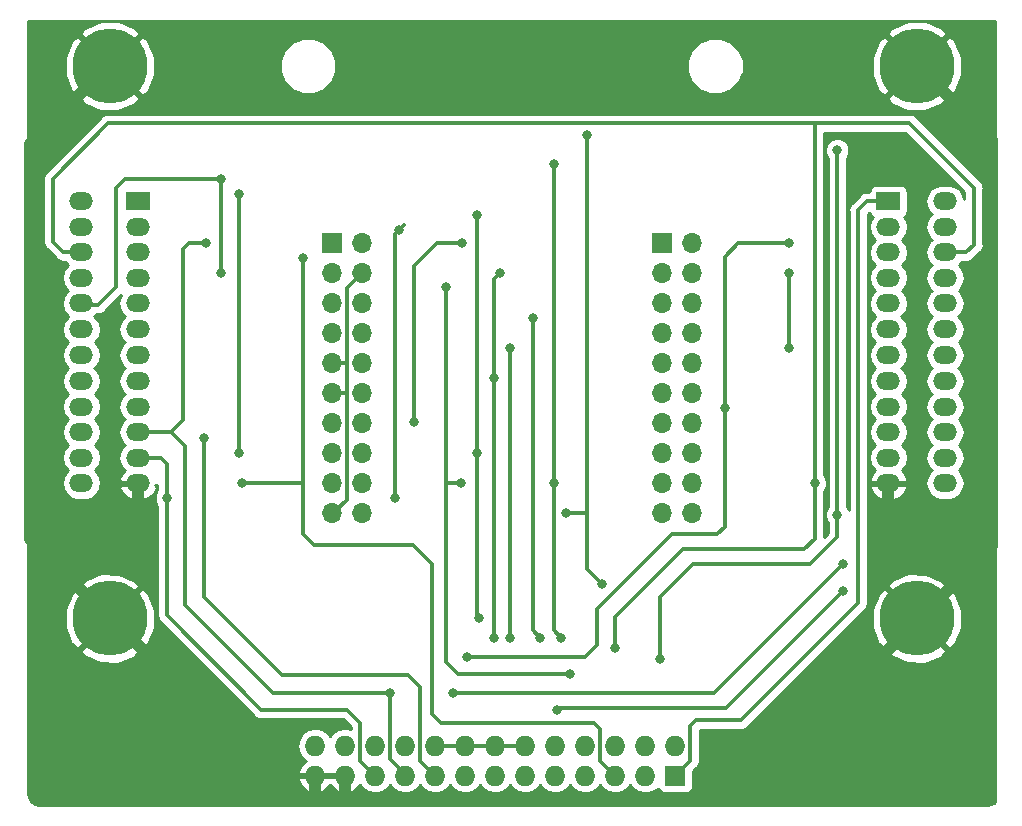
<source format=gbr>
G04 #@! TF.GenerationSoftware,KiCad,Pcbnew,5.0.2+dfsg1-1~bpo9+1*
G04 #@! TF.CreationDate,2019-10-18T00:12:00+01:00*
G04 #@! TF.ProjectId,Sigrok-sniffer,53696772-6f6b-42d7-936e-69666665722e,rev?*
G04 #@! TF.SameCoordinates,Original*
G04 #@! TF.FileFunction,Copper,L2,Bot*
G04 #@! TF.FilePolarity,Positive*
%FSLAX46Y46*%
G04 Gerber Fmt 4.6, Leading zero omitted, Abs format (unit mm)*
G04 Created by KiCad (PCBNEW 5.0.2+dfsg1-1~bpo9+1) date Fri 18 Oct 2019 00:12:00 BST*
%MOMM*%
%LPD*%
G01*
G04 APERTURE LIST*
G04 #@! TA.AperFunction,ComponentPad*
%ADD10R,1.727200X1.727200*%
G04 #@! TD*
G04 #@! TA.AperFunction,ComponentPad*
%ADD11O,1.727200X1.727200*%
G04 #@! TD*
G04 #@! TA.AperFunction,ComponentPad*
%ADD12O,2.000000X1.524000*%
G04 #@! TD*
G04 #@! TA.AperFunction,ComponentPad*
%ADD13O,2.000000X1.500000*%
G04 #@! TD*
G04 #@! TA.AperFunction,ComponentPad*
%ADD14R,2.000000X1.500000*%
G04 #@! TD*
G04 #@! TA.AperFunction,ComponentPad*
%ADD15C,6.350000*%
G04 #@! TD*
G04 #@! TA.AperFunction,ComponentPad*
%ADD16R,1.700000X1.700000*%
G04 #@! TD*
G04 #@! TA.AperFunction,ComponentPad*
%ADD17O,1.700000X1.700000*%
G04 #@! TD*
G04 #@! TA.AperFunction,ViaPad*
%ADD18C,0.800000*%
G04 #@! TD*
G04 #@! TA.AperFunction,Conductor*
%ADD19C,0.350000*%
G04 #@! TD*
G04 #@! TA.AperFunction,Conductor*
%ADD20C,1.000000*%
G04 #@! TD*
G04 #@! TA.AperFunction,Conductor*
%ADD21C,0.254000*%
G04 #@! TD*
G04 APERTURE END LIST*
D10*
G04 #@! TO.P,J1,1*
G04 #@! TO.N,Net-(J1-Pad1)*
X161290000Y-117475000D03*
D11*
G04 #@! TO.P,J1,2*
G04 #@! TO.N,Net-(J1-Pad2)*
X161290000Y-114935000D03*
G04 #@! TO.P,J1,3*
G04 #@! TO.N,Net-(J1-Pad3)*
X158750000Y-117475000D03*
G04 #@! TO.P,J1,4*
G04 #@! TO.N,Net-(J1-Pad4)*
X158750000Y-114935000D03*
G04 #@! TO.P,J1,5*
G04 #@! TO.N,Net-(J1-Pad5)*
X156210000Y-117475000D03*
G04 #@! TO.P,J1,6*
G04 #@! TO.N,Net-(J1-Pad6)*
X156210000Y-114935000D03*
G04 #@! TO.P,J1,7*
G04 #@! TO.N,Net-(J1-Pad7)*
X153670000Y-117475000D03*
G04 #@! TO.P,J1,8*
G04 #@! TO.N,Net-(J1-Pad8)*
X153670000Y-114935000D03*
G04 #@! TO.P,J1,9*
G04 #@! TO.N,Net-(J1-Pad9)*
X151130000Y-117475000D03*
G04 #@! TO.P,J1,10*
G04 #@! TO.N,Net-(J1-Pad10)*
X151130000Y-114935000D03*
G04 #@! TO.P,J1,11*
G04 #@! TO.N,Net-(J1-Pad11)*
X148590000Y-117475000D03*
G04 #@! TO.P,J1,12*
G04 #@! TO.N,Net-(J1-Pad12)*
X148590000Y-114935000D03*
G04 #@! TO.P,J1,13*
G04 #@! TO.N,Net-(J1-Pad13)*
X146050000Y-117475000D03*
G04 #@! TO.P,J1,14*
G04 #@! TO.N,Net-(J1-Pad12)*
X146050000Y-114935000D03*
G04 #@! TO.P,J1,15*
G04 #@! TO.N,Net-(J1-Pad15)*
X143510000Y-117475000D03*
G04 #@! TO.P,J1,16*
G04 #@! TO.N,Net-(J1-Pad12)*
X143510000Y-114935000D03*
G04 #@! TO.P,J1,17*
G04 #@! TO.N,Net-(J1-Pad17)*
X140970000Y-117475000D03*
G04 #@! TO.P,J1,18*
G04 #@! TO.N,Net-(J1-Pad12)*
X140970000Y-114935000D03*
G04 #@! TO.P,J1,19*
G04 #@! TO.N,Net-(J1-Pad19)*
X138430000Y-117475000D03*
G04 #@! TO.P,J1,20*
G04 #@! TO.N,Net-(J1-Pad12)*
X138430000Y-114935000D03*
G04 #@! TO.P,J1,21*
G04 #@! TO.N,Net-(J1-Pad21)*
X135890000Y-117475000D03*
G04 #@! TO.P,J1,22*
G04 #@! TO.N,Net-(J1-Pad12)*
X135890000Y-114935000D03*
G04 #@! TO.P,J1,23*
G04 #@! TO.N,Net-(J1-Pad23)*
X133350000Y-117475000D03*
G04 #@! TO.P,J1,24*
G04 #@! TO.N,Net-(J1-Pad12)*
X133350000Y-114935000D03*
G04 #@! TO.P,J1,25*
G04 #@! TO.N,Net-(J1-Pad23)*
X130810000Y-117475000D03*
G04 #@! TO.P,J1,26*
G04 #@! TO.N,Net-(J1-Pad12)*
X130810000Y-114935000D03*
G04 #@! TD*
D12*
G04 #@! TO.P,J5,18*
G04 #@! TO.N,Net-(J1-Pad12)*
X184137300Y-79692500D03*
G04 #@! TO.P,J5,6*
G04 #@! TO.N,Net-(J1-Pad11)*
X179336700Y-79692500D03*
G04 #@! TO.P,J5,7*
G04 #@! TO.N,Net-(J1-Pad13)*
X179336700Y-81851500D03*
G04 #@! TO.P,J5,19*
G04 #@! TO.N,Net-(J1-Pad12)*
X184137300Y-81851500D03*
G04 #@! TO.P,J5,20*
X184137300Y-84061300D03*
G04 #@! TO.P,J5,21*
X184137300Y-86220300D03*
G04 #@! TO.P,J5,9*
G04 #@! TO.N,Net-(J1-Pad17)*
X179336700Y-86220300D03*
G04 #@! TO.P,J5,8*
G04 #@! TO.N,Net-(J1-Pad15)*
X179336700Y-84061300D03*
G04 #@! TO.P,J5,22*
G04 #@! TO.N,Net-(J1-Pad12)*
X184137300Y-88379300D03*
G04 #@! TO.P,J5,23*
X184137300Y-90538300D03*
G04 #@! TO.P,J5,11*
G04 #@! TO.N,Net-(J1-Pad21)*
X179336700Y-90538300D03*
G04 #@! TO.P,J5,10*
G04 #@! TO.N,Net-(J1-Pad19)*
X179336700Y-88379300D03*
G04 #@! TO.P,J5,24*
G04 #@! TO.N,Net-(J1-Pad12)*
X184137300Y-92697300D03*
G04 #@! TO.P,J5,12*
G04 #@! TO.N,Net-(J1-Pad23)*
X179336700Y-92697300D03*
G04 #@! TO.P,J5,16*
G04 #@! TO.N,Net-(J1-Pad8)*
X184137300Y-75323700D03*
G04 #@! TO.P,J5,17*
G04 #@! TO.N,Net-(J1-Pad10)*
X184137300Y-77482700D03*
G04 #@! TO.P,J5,5*
G04 #@! TO.N,Net-(J1-Pad9)*
X179336700Y-77482700D03*
G04 #@! TO.P,J5,4*
G04 #@! TO.N,Net-(J1-Pad7)*
X179336700Y-75323700D03*
G04 #@! TO.P,J5,14*
G04 #@! TO.N,Net-(J1-Pad4)*
X184137300Y-71005700D03*
G04 #@! TO.P,J5,15*
G04 #@! TO.N,Net-(J1-Pad6)*
X184137300Y-73164700D03*
D13*
G04 #@! TO.P,J5,3*
G04 #@! TO.N,Net-(J1-Pad5)*
X179336700Y-73164700D03*
D12*
G04 #@! TO.P,J5,2*
G04 #@! TO.N,Net-(J1-Pad3)*
X179336700Y-71005700D03*
D14*
G04 #@! TO.P,J5,1*
G04 #@! TO.N,Net-(J1-Pad1)*
X179336700Y-68846700D03*
D12*
G04 #@! TO.P,J5,13*
G04 #@! TO.N,Net-(J1-Pad2)*
X184137300Y-68846700D03*
D15*
G04 #@! TO.P,J5,MP*
G04 #@! TO.N,Net-(J1-Pad23)*
X181737000Y-57378600D03*
X181737000Y-104165400D03*
G04 #@! TD*
D16*
G04 #@! TO.P,J2,1*
G04 #@! TO.N,Net-(J2-Pad1)*
X132207000Y-72390000D03*
D17*
G04 #@! TO.P,J2,2*
G04 #@! TO.N,Net-(J2-Pad2)*
X134747000Y-72390000D03*
G04 #@! TO.P,J2,3*
G04 #@! TO.N,Net-(J2-Pad3)*
X132207000Y-74930000D03*
G04 #@! TO.P,J2,4*
G04 #@! TO.N,Net-(J1-Pad12)*
X134747000Y-74930000D03*
G04 #@! TO.P,J2,5*
G04 #@! TO.N,N/C*
X132207000Y-77470000D03*
G04 #@! TO.P,J2,6*
X134747000Y-77470000D03*
G04 #@! TO.P,J2,7*
X132207000Y-80010000D03*
G04 #@! TO.P,J2,8*
X134747000Y-80010000D03*
G04 #@! TO.P,J2,9*
G04 #@! TO.N,Net-(J1-Pad12)*
X132207000Y-82550000D03*
G04 #@! TO.P,J2,10*
G04 #@! TO.N,N/C*
X134747000Y-82550000D03*
G04 #@! TO.P,J2,11*
G04 #@! TO.N,Net-(J1-Pad12)*
X132207000Y-85090000D03*
G04 #@! TO.P,J2,12*
G04 #@! TO.N,N/C*
X134747000Y-85090000D03*
G04 #@! TO.P,J2,13*
X132207000Y-87630000D03*
G04 #@! TO.P,J2,14*
X134747000Y-87630000D03*
G04 #@! TO.P,J2,15*
G04 #@! TO.N,Net-(J2-Pad15)*
X132207000Y-90170000D03*
G04 #@! TO.P,J2,16*
G04 #@! TO.N,Net-(J2-Pad16)*
X134747000Y-90170000D03*
G04 #@! TO.P,J2,17*
G04 #@! TO.N,Net-(J2-Pad17)*
X132207000Y-92710000D03*
G04 #@! TO.P,J2,18*
G04 #@! TO.N,Net-(J2-Pad18)*
X134747000Y-92710000D03*
G04 #@! TO.P,J2,19*
G04 #@! TO.N,Net-(J1-Pad12)*
X132207000Y-95250000D03*
G04 #@! TO.P,J2,20*
G04 #@! TO.N,N/C*
X134747000Y-95250000D03*
G04 #@! TD*
G04 #@! TO.P,J4,20*
G04 #@! TO.N,Net-(J4-Pad20)*
X162687000Y-95250000D03*
G04 #@! TO.P,J4,19*
G04 #@! TO.N,Net-(J4-Pad19)*
X160147000Y-95250000D03*
G04 #@! TO.P,J4,18*
G04 #@! TO.N,Net-(J4-Pad18)*
X162687000Y-92710000D03*
G04 #@! TO.P,J4,17*
G04 #@! TO.N,Net-(J4-Pad17)*
X160147000Y-92710000D03*
G04 #@! TO.P,J4,16*
G04 #@! TO.N,N/C*
X162687000Y-90170000D03*
G04 #@! TO.P,J4,15*
X160147000Y-90170000D03*
G04 #@! TO.P,J4,14*
X162687000Y-87630000D03*
G04 #@! TO.P,J4,13*
X160147000Y-87630000D03*
G04 #@! TO.P,J4,12*
X162687000Y-85090000D03*
G04 #@! TO.P,J4,11*
X160147000Y-85090000D03*
G04 #@! TO.P,J4,10*
X162687000Y-82550000D03*
G04 #@! TO.P,J4,9*
X160147000Y-82550000D03*
G04 #@! TO.P,J4,8*
X162687000Y-80010000D03*
G04 #@! TO.P,J4,7*
X160147000Y-80010000D03*
G04 #@! TO.P,J4,6*
X162687000Y-77470000D03*
G04 #@! TO.P,J4,5*
G04 #@! TO.N,Net-(J4-Pad5)*
X160147000Y-77470000D03*
G04 #@! TO.P,J4,4*
G04 #@! TO.N,Net-(J4-Pad4)*
X162687000Y-74930000D03*
G04 #@! TO.P,J4,3*
G04 #@! TO.N,Net-(J4-Pad3)*
X160147000Y-74930000D03*
G04 #@! TO.P,J4,2*
G04 #@! TO.N,Net-(J4-Pad2)*
X162687000Y-72390000D03*
D16*
G04 #@! TO.P,J4,1*
G04 #@! TO.N,Net-(J4-Pad1)*
X160147000Y-72390000D03*
G04 #@! TD*
D12*
G04 #@! TO.P,J3,18*
G04 #@! TO.N,Net-(J1-Pad12)*
X111010700Y-79692500D03*
G04 #@! TO.P,J3,6*
G04 #@! TO.N,Net-(J1-Pad11)*
X115811300Y-79692500D03*
G04 #@! TO.P,J3,7*
G04 #@! TO.N,Net-(J1-Pad13)*
X115811300Y-81851500D03*
G04 #@! TO.P,J3,19*
G04 #@! TO.N,Net-(J1-Pad12)*
X111010700Y-81851500D03*
G04 #@! TO.P,J3,20*
X111010700Y-84061300D03*
G04 #@! TO.P,J3,21*
X111010700Y-86220300D03*
G04 #@! TO.P,J3,9*
G04 #@! TO.N,Net-(J1-Pad17)*
X115811300Y-86220300D03*
G04 #@! TO.P,J3,8*
G04 #@! TO.N,Net-(J1-Pad15)*
X115811300Y-84061300D03*
G04 #@! TO.P,J3,22*
G04 #@! TO.N,Net-(J1-Pad12)*
X111010700Y-88379300D03*
G04 #@! TO.P,J3,23*
X111010700Y-90538300D03*
G04 #@! TO.P,J3,11*
G04 #@! TO.N,Net-(J1-Pad21)*
X115811300Y-90538300D03*
G04 #@! TO.P,J3,10*
G04 #@! TO.N,Net-(J1-Pad19)*
X115811300Y-88379300D03*
G04 #@! TO.P,J3,24*
G04 #@! TO.N,Net-(J1-Pad12)*
X111010700Y-92697300D03*
G04 #@! TO.P,J3,12*
G04 #@! TO.N,Net-(J1-Pad23)*
X115811300Y-92697300D03*
G04 #@! TO.P,J3,16*
G04 #@! TO.N,Net-(J1-Pad8)*
X111010700Y-75323700D03*
G04 #@! TO.P,J3,17*
G04 #@! TO.N,Net-(J1-Pad10)*
X111010700Y-77482700D03*
G04 #@! TO.P,J3,5*
G04 #@! TO.N,Net-(J1-Pad9)*
X115811300Y-77482700D03*
G04 #@! TO.P,J3,4*
G04 #@! TO.N,Net-(J1-Pad7)*
X115811300Y-75323700D03*
G04 #@! TO.P,J3,14*
G04 #@! TO.N,Net-(J1-Pad4)*
X111010700Y-71005700D03*
G04 #@! TO.P,J3,15*
G04 #@! TO.N,Net-(J1-Pad6)*
X111010700Y-73164700D03*
D13*
G04 #@! TO.P,J3,3*
G04 #@! TO.N,Net-(J1-Pad5)*
X115811300Y-73164700D03*
D12*
G04 #@! TO.P,J3,2*
G04 #@! TO.N,Net-(J1-Pad3)*
X115811300Y-71005700D03*
D14*
G04 #@! TO.P,J3,1*
G04 #@! TO.N,Net-(J1-Pad1)*
X115811300Y-68846700D03*
D12*
G04 #@! TO.P,J3,13*
G04 #@! TO.N,Net-(J1-Pad2)*
X111010700Y-68846700D03*
D15*
G04 #@! TO.P,J3,MP*
G04 #@! TO.N,Net-(J1-Pad23)*
X113411000Y-57378600D03*
X113411000Y-104165400D03*
G04 #@! TD*
D18*
G04 #@! TO.N,Net-(J1-Pad1)*
X124333000Y-68199000D03*
X124333000Y-90170000D03*
G04 #@! TO.N,Net-(J1-Pad2)*
X175006000Y-95377000D03*
X175006000Y-64516000D03*
X160020000Y-107569000D03*
G04 #@! TO.N,Net-(J1-Pad4)*
X152019000Y-95250000D03*
X153797000Y-63246000D03*
X155067000Y-101219000D03*
G04 #@! TO.N,Net-(J1-Pad6)*
X173101000Y-92710000D03*
X156210000Y-106680000D03*
G04 #@! TO.N,Net-(J1-Pad8)*
X151003000Y-65659000D03*
X151003000Y-92710000D03*
X151638000Y-105791000D03*
G04 #@! TO.N,Net-(J1-Pad10)*
X122809000Y-74930000D03*
X151257000Y-111887000D03*
X175514000Y-101854000D03*
X122809000Y-66929000D03*
G04 #@! TO.N,Net-(J1-Pad15)*
X143637000Y-107442000D03*
X165481000Y-86360000D03*
X170942000Y-72390000D03*
G04 #@! TO.N,Net-(J1-Pad17)*
X139192000Y-87503000D03*
X121412000Y-88900000D03*
X143256000Y-72390000D03*
G04 #@! TO.N,Net-(J1-Pad19)*
X137160000Y-110490000D03*
X175514000Y-99568000D03*
X142494000Y-110490000D03*
X121539000Y-72390000D03*
G04 #@! TO.N,Net-(J1-Pad21)*
X137541000Y-93980000D03*
X118237000Y-93980000D03*
X137922000Y-71247000D03*
G04 #@! TO.N,Net-(J1-Pad3)*
X144526000Y-90170000D03*
X144653000Y-104140000D03*
X144526000Y-69977000D03*
G04 #@! TO.N,Net-(J1-Pad5)*
X124587000Y-92710000D03*
X129794000Y-73660000D03*
G04 #@! TO.N,Net-(J1-Pad7)*
X152400000Y-108839000D03*
X143129000Y-92710000D03*
X141859000Y-76073000D03*
G04 #@! TO.N,Net-(J1-Pad9)*
X149860000Y-105791000D03*
X149225000Y-78740000D03*
G04 #@! TO.N,Net-(J1-Pad11)*
X147320000Y-81280000D03*
X147320000Y-105791000D03*
X170942000Y-74930000D03*
X170942000Y-81280000D03*
G04 #@! TO.N,Net-(J1-Pad13)*
X145923000Y-83820000D03*
X145923000Y-105791000D03*
X146431000Y-74930000D03*
G04 #@! TD*
D19*
G04 #@! TO.N,Net-(J1-Pad1)*
X124333000Y-90170000D02*
X124333000Y-68199000D01*
X177533300Y-68846700D02*
X179336700Y-68846700D01*
X176784000Y-69596000D02*
X177533300Y-68846700D01*
X176784000Y-102870000D02*
X176784000Y-69596000D01*
X166878000Y-112776000D02*
X176784000Y-102870000D01*
X161290000Y-117475000D02*
X162560000Y-116205000D01*
X163068000Y-112776000D02*
X166878000Y-112776000D01*
X162560000Y-116205000D02*
X162560000Y-113284000D01*
X162560000Y-113284000D02*
X163068000Y-112776000D01*
G04 #@! TO.N,Net-(J1-Pad2)*
X175006000Y-64516000D02*
X175006000Y-95377000D01*
X160020000Y-107569000D02*
X160020000Y-102362000D01*
X160020000Y-102362000D02*
X162814000Y-99568000D01*
X175006000Y-97282000D02*
X175006000Y-95504000D01*
X172720000Y-99568000D02*
X175006000Y-97282000D01*
X162814000Y-99568000D02*
X172720000Y-99568000D01*
G04 #@! TO.N,Net-(J1-Pad4)*
X153797000Y-95250000D02*
X152019000Y-95250000D01*
X153797000Y-63246000D02*
X153797000Y-95250000D01*
X153797000Y-99949000D02*
X153797000Y-95250000D01*
X155067000Y-101219000D02*
X153797000Y-99949000D01*
G04 #@! TO.N,Net-(J1-Pad6)*
X109474000Y-73152000D02*
X110871000Y-73152000D01*
X108585000Y-72263000D02*
X109474000Y-73152000D01*
X108585000Y-66929000D02*
X108585000Y-72263000D01*
X181102000Y-62230000D02*
X113284000Y-62230000D01*
X184150000Y-73152000D02*
X185928000Y-73152000D01*
X186563000Y-67691000D02*
X181102000Y-62230000D01*
X113284000Y-62230000D02*
X108585000Y-66929000D01*
X185928000Y-73152000D02*
X186563000Y-72517000D01*
X186563000Y-72517000D02*
X186563000Y-67691000D01*
X173101000Y-62230000D02*
X173736000Y-62230000D01*
X173101000Y-92710000D02*
X173101000Y-62230000D01*
X173101000Y-97409000D02*
X173101000Y-92710000D01*
X161925000Y-98298000D02*
X172212000Y-98298000D01*
X172212000Y-98298000D02*
X173101000Y-97409000D01*
X156210000Y-106680000D02*
X156210000Y-104013000D01*
X156210000Y-104013000D02*
X161925000Y-98298000D01*
G04 #@! TO.N,Net-(J1-Pad8)*
X151003000Y-92710000D02*
X151003000Y-65659000D01*
X151003000Y-105156000D02*
X151003000Y-92710000D01*
X151638000Y-105791000D02*
X151003000Y-105156000D01*
G04 #@! TO.N,Net-(J1-Pad10)*
X122809000Y-74930000D02*
X122809000Y-68707000D01*
X122809000Y-68707000D02*
X122809000Y-66929000D01*
X151384000Y-111760000D02*
X151257000Y-111887000D01*
X165608000Y-111760000D02*
X151384000Y-111760000D01*
X175514000Y-101854000D02*
X165608000Y-111760000D01*
X113919000Y-76073000D02*
X112395000Y-77597000D01*
X122809000Y-66929000D02*
X114681000Y-66929000D01*
X114681000Y-66929000D02*
X113919000Y-67691000D01*
X112395000Y-77597000D02*
X111125000Y-77597000D01*
X113919000Y-67691000D02*
X113919000Y-76073000D01*
G04 #@! TO.N,Net-(J1-Pad12)*
X132207000Y-95250000D02*
X132334000Y-95250000D01*
X132334000Y-95250000D02*
X133477000Y-94107000D01*
X133477000Y-94107000D02*
X133477000Y-81661000D01*
X133477000Y-81661000D02*
X133477000Y-76200000D01*
X133477000Y-76200000D02*
X134620000Y-75057000D01*
X132207000Y-82550000D02*
X133350000Y-82550000D01*
X132207000Y-85090000D02*
X133350000Y-85090000D01*
X140970000Y-114935000D02*
X143510000Y-114935000D01*
X143510000Y-114935000D02*
X146050000Y-114935000D01*
X146050000Y-114935000D02*
X148590000Y-114935000D01*
G04 #@! TO.N,Net-(J1-Pad15)*
X170942000Y-72390000D02*
X166624000Y-72390000D01*
X166624000Y-72390000D02*
X165481000Y-73533000D01*
X165481000Y-73533000D02*
X165481000Y-86360000D01*
X165481000Y-86360000D02*
X165481000Y-86487000D01*
X165481000Y-96393000D02*
X165481000Y-86360000D01*
X164846000Y-97028000D02*
X165481000Y-96393000D01*
X161036000Y-97028000D02*
X164846000Y-97028000D01*
X143637000Y-107442000D02*
X153670000Y-107442000D01*
X153670000Y-107442000D02*
X154686000Y-106426000D01*
X154686000Y-106426000D02*
X154686000Y-103378000D01*
X154686000Y-103378000D02*
X161036000Y-97028000D01*
G04 #@! TO.N,Net-(J1-Pad17)*
X128016000Y-108966000D02*
X130048000Y-108966000D01*
X121412000Y-88900000D02*
X121412000Y-102362000D01*
X121412000Y-102362000D02*
X128016000Y-108966000D01*
X139192000Y-78486000D02*
X139192000Y-87503000D01*
X141097000Y-72390000D02*
X139192000Y-74295000D01*
X139192000Y-74295000D02*
X139192000Y-78486000D01*
X143256000Y-72390000D02*
X141097000Y-72390000D01*
X139700000Y-116205000D02*
X140970000Y-117475000D01*
X139700000Y-109982000D02*
X139700000Y-116205000D01*
X138684000Y-108966000D02*
X139700000Y-109982000D01*
X129921000Y-108966000D02*
X138684000Y-108966000D01*
G04 #@! TO.N,Net-(J1-Pad19)*
X137160000Y-116078000D02*
X138430000Y-117348000D01*
X137160000Y-110490000D02*
X137160000Y-116078000D01*
X117602000Y-88392000D02*
X115824000Y-88392000D01*
X142494000Y-110490000D02*
X164592000Y-110490000D01*
X164592000Y-110490000D02*
X175514000Y-99568000D01*
X117602000Y-88392000D02*
X118618000Y-88392000D01*
X119761000Y-102997000D02*
X119761000Y-89535000D01*
X119761000Y-89535000D02*
X118618000Y-88392000D01*
X127254000Y-110490000D02*
X119761000Y-102997000D01*
X137160000Y-110490000D02*
X127254000Y-110490000D01*
X119634000Y-87376000D02*
X118618000Y-88392000D01*
X121539000Y-72390000D02*
X120142000Y-72390000D01*
X119634000Y-72898000D02*
X119634000Y-87376000D01*
X120142000Y-72390000D02*
X119634000Y-72898000D01*
G04 #@! TO.N,Net-(J1-Pad21)*
X134620000Y-116205000D02*
X135890000Y-117475000D01*
X118237000Y-93980000D02*
X118237000Y-103886000D01*
X118237000Y-103886000D02*
X126238000Y-111887000D01*
X126238000Y-111887000D02*
X133477000Y-111887000D01*
X134620000Y-113030000D02*
X134620000Y-116205000D01*
X133477000Y-111887000D02*
X134620000Y-113030000D01*
X117729000Y-90551000D02*
X115824000Y-90551000D01*
X118237000Y-91059000D02*
X117729000Y-90551000D01*
X118237000Y-93980000D02*
X118237000Y-91059000D01*
X137541000Y-73279000D02*
X137541000Y-93980000D01*
X137541000Y-71628000D02*
X137541000Y-73279000D01*
X138303000Y-70866000D02*
X137541000Y-71628000D01*
D20*
G04 #@! TO.N,Net-(J1-Pad23)*
X133350000Y-117475000D02*
X133350000Y-119380000D01*
X179336700Y-92697300D02*
X179336700Y-95008700D01*
X179336700Y-95008700D02*
X180848000Y-96520000D01*
X180848000Y-96520000D02*
X187960000Y-96520000D01*
X181864000Y-57404000D02*
X181737000Y-57404000D01*
X188087000Y-63627000D02*
X181864000Y-57404000D01*
X113665000Y-104267000D02*
X128778000Y-119380000D01*
X188087000Y-98044000D02*
X188087000Y-63627000D01*
X128778000Y-119380000D02*
X166751000Y-119380000D01*
X113665000Y-104140000D02*
X113665000Y-104267000D01*
X166751000Y-119380000D02*
X188087000Y-98044000D01*
X115811300Y-92697300D02*
X115811300Y-94246700D01*
X115811300Y-94246700D02*
X114173000Y-95885000D01*
X114173000Y-95885000D02*
X106807000Y-95885000D01*
X106680000Y-64008000D02*
X106680000Y-97409000D01*
X113284000Y-57404000D02*
X106680000Y-64008000D01*
X106680000Y-97409000D02*
X113538000Y-104267000D01*
X113411000Y-57404000D02*
X113284000Y-57404000D01*
X130810000Y-117475000D02*
X130810000Y-119380000D01*
D19*
G04 #@! TO.N,Net-(J1-Pad3)*
X144526000Y-104013000D02*
X144526000Y-90170000D01*
X144653000Y-104140000D02*
X144526000Y-104013000D01*
X144526000Y-69977000D02*
X144526000Y-79248000D01*
X144526000Y-79248000D02*
X144526000Y-90170000D01*
G04 #@! TO.N,Net-(J1-Pad5)*
X129667000Y-92710000D02*
X129794000Y-92837000D01*
X124587000Y-92710000D02*
X129667000Y-92710000D01*
X129794000Y-92837000D02*
X129794000Y-73660000D01*
X154940000Y-116205000D02*
X156210000Y-117475000D01*
X154940000Y-113538000D02*
X154940000Y-116205000D01*
X154432000Y-113030000D02*
X154940000Y-113538000D01*
X141478000Y-113030000D02*
X154432000Y-113030000D01*
X140716000Y-112268000D02*
X141478000Y-113030000D01*
X129794000Y-92837000D02*
X129794000Y-97028000D01*
X129794000Y-97028000D02*
X130683000Y-97917000D01*
X140716000Y-99568000D02*
X140716000Y-112268000D01*
X130683000Y-97917000D02*
X139065000Y-97917000D01*
X139065000Y-97917000D02*
X140716000Y-99568000D01*
G04 #@! TO.N,Net-(J1-Pad7)*
X141986000Y-92710000D02*
X141859000Y-92710000D01*
X143129000Y-92710000D02*
X141986000Y-92710000D01*
X142875000Y-108839000D02*
X152400000Y-108839000D01*
X141859000Y-107823000D02*
X142875000Y-108839000D01*
X141859000Y-76073000D02*
X141859000Y-107823000D01*
G04 #@! TO.N,Net-(J1-Pad9)*
X149225000Y-78740000D02*
X149225000Y-105156000D01*
X149225000Y-105156000D02*
X149860000Y-105791000D01*
G04 #@! TO.N,Net-(J1-Pad11)*
X147320000Y-81280000D02*
X147320000Y-105791000D01*
X170942000Y-81280000D02*
X170942000Y-74930000D01*
G04 #@! TO.N,Net-(J1-Pad13)*
X145923000Y-83820000D02*
X145923000Y-105791000D01*
X145923000Y-75438000D02*
X145923000Y-83820000D01*
X146431000Y-74930000D02*
X145923000Y-75438000D01*
G04 #@! TD*
D21*
G04 #@! TO.N,Net-(J1-Pad23)*
G36*
X188341000Y-119702704D02*
X188260626Y-119777001D01*
X188013178Y-119886397D01*
X187740880Y-119920796D01*
X187676665Y-119940000D01*
X107494198Y-119940000D01*
X107435677Y-119924974D01*
X107062706Y-119862895D01*
X106837615Y-119741443D01*
X106663999Y-119553626D01*
X106554603Y-119306178D01*
X106520204Y-119033880D01*
X106501000Y-118969665D01*
X106501000Y-117834027D01*
X129355032Y-117834027D01*
X129603179Y-118363490D01*
X130035053Y-118757688D01*
X130450974Y-118929958D01*
X130683000Y-118808817D01*
X130683000Y-117602000D01*
X130937000Y-117602000D01*
X130937000Y-118808817D01*
X131169026Y-118929958D01*
X131584947Y-118757688D01*
X132016821Y-118363490D01*
X132080000Y-118228687D01*
X132143179Y-118363490D01*
X132575053Y-118757688D01*
X132990974Y-118929958D01*
X133223000Y-118808817D01*
X133223000Y-117602000D01*
X130937000Y-117602000D01*
X130683000Y-117602000D01*
X129475531Y-117602000D01*
X129355032Y-117834027D01*
X106501000Y-117834027D01*
X106501000Y-106888275D01*
X110867730Y-106888275D01*
X111231630Y-107381110D01*
X112628124Y-107970337D01*
X114143803Y-107980298D01*
X115547920Y-107409474D01*
X115590370Y-107381110D01*
X115954270Y-106888275D01*
X113411000Y-104345005D01*
X110867730Y-106888275D01*
X106501000Y-106888275D01*
X106501000Y-104898203D01*
X109596102Y-104898203D01*
X110166926Y-106302320D01*
X110195290Y-106344770D01*
X110688125Y-106708670D01*
X113231395Y-104165400D01*
X113590605Y-104165400D01*
X116133875Y-106708670D01*
X116626710Y-106344770D01*
X117215937Y-104948276D01*
X117225898Y-103432597D01*
X116655074Y-102028480D01*
X116626710Y-101986030D01*
X116133875Y-101622130D01*
X113590605Y-104165400D01*
X113231395Y-104165400D01*
X110688125Y-101622130D01*
X110195290Y-101986030D01*
X109606063Y-103382524D01*
X109596102Y-104898203D01*
X106501000Y-104898203D01*
X106501000Y-101442525D01*
X110867730Y-101442525D01*
X113411000Y-103985795D01*
X115954270Y-101442525D01*
X115590370Y-100949690D01*
X114193876Y-100360463D01*
X112678197Y-100350502D01*
X111274080Y-100921326D01*
X111231630Y-100949690D01*
X110867730Y-101442525D01*
X106501000Y-101442525D01*
X106501000Y-66929000D01*
X107759132Y-66929000D01*
X107775000Y-67008773D01*
X107775001Y-72183222D01*
X107759132Y-72263000D01*
X107809457Y-72515997D01*
X107821998Y-72579046D01*
X108001024Y-72846977D01*
X108068654Y-72892166D01*
X108844834Y-73668347D01*
X108890023Y-73735977D01*
X109157954Y-73915003D01*
X109394226Y-73962000D01*
X109394227Y-73962000D01*
X109474000Y-73977868D01*
X109553773Y-73962000D01*
X109625283Y-73962000D01*
X109765520Y-74171880D01*
X109873755Y-74244200D01*
X109765520Y-74316520D01*
X109456756Y-74778618D01*
X109348332Y-75323700D01*
X109456756Y-75868782D01*
X109765520Y-76330880D01*
X109873755Y-76403200D01*
X109765520Y-76475520D01*
X109456756Y-76937618D01*
X109348332Y-77482700D01*
X109456756Y-78027782D01*
X109765520Y-78489880D01*
X109911768Y-78587600D01*
X109765520Y-78685320D01*
X109456756Y-79147418D01*
X109348332Y-79692500D01*
X109456756Y-80237582D01*
X109765520Y-80699680D01*
X109873755Y-80772000D01*
X109765520Y-80844320D01*
X109456756Y-81306418D01*
X109348332Y-81851500D01*
X109456756Y-82396582D01*
X109765520Y-82858680D01*
X109911768Y-82956400D01*
X109765520Y-83054120D01*
X109456756Y-83516218D01*
X109348332Y-84061300D01*
X109456756Y-84606382D01*
X109765520Y-85068480D01*
X109873755Y-85140800D01*
X109765520Y-85213120D01*
X109456756Y-85675218D01*
X109348332Y-86220300D01*
X109456756Y-86765382D01*
X109765520Y-87227480D01*
X109873755Y-87299800D01*
X109765520Y-87372120D01*
X109456756Y-87834218D01*
X109348332Y-88379300D01*
X109456756Y-88924382D01*
X109765520Y-89386480D01*
X109873755Y-89458800D01*
X109765520Y-89531120D01*
X109456756Y-89993218D01*
X109348332Y-90538300D01*
X109456756Y-91083382D01*
X109765520Y-91545480D01*
X109873755Y-91617800D01*
X109765520Y-91690120D01*
X109456756Y-92152218D01*
X109348332Y-92697300D01*
X109456756Y-93242382D01*
X109765520Y-93704480D01*
X110227618Y-94013244D01*
X110635112Y-94094300D01*
X111386288Y-94094300D01*
X111793782Y-94013244D01*
X112255880Y-93704480D01*
X112564644Y-93242382D01*
X112604826Y-93040370D01*
X114219080Y-93040370D01*
X114235923Y-93132530D01*
X114504280Y-93611192D01*
X114935386Y-93950722D01*
X115463608Y-94099430D01*
X115684300Y-93940577D01*
X115684300Y-92824300D01*
X114341580Y-92824300D01*
X114219080Y-93040370D01*
X112604826Y-93040370D01*
X112673068Y-92697300D01*
X112564644Y-92152218D01*
X112255880Y-91690120D01*
X112147645Y-91617800D01*
X112255880Y-91545480D01*
X112564644Y-91083382D01*
X112673068Y-90538300D01*
X112564644Y-89993218D01*
X112255880Y-89531120D01*
X112147645Y-89458800D01*
X112255880Y-89386480D01*
X112564644Y-88924382D01*
X112673068Y-88379300D01*
X112564644Y-87834218D01*
X112255880Y-87372120D01*
X112147645Y-87299800D01*
X112255880Y-87227480D01*
X112564644Y-86765382D01*
X112673068Y-86220300D01*
X112564644Y-85675218D01*
X112255880Y-85213120D01*
X112147645Y-85140800D01*
X112255880Y-85068480D01*
X112564644Y-84606382D01*
X112673068Y-84061300D01*
X112564644Y-83516218D01*
X112255880Y-83054120D01*
X112109632Y-82956400D01*
X112255880Y-82858680D01*
X112564644Y-82396582D01*
X112673068Y-81851500D01*
X112564644Y-81306418D01*
X112255880Y-80844320D01*
X112147645Y-80772000D01*
X112255880Y-80699680D01*
X112564644Y-80237582D01*
X112673068Y-79692500D01*
X112564644Y-79147418D01*
X112255880Y-78685320D01*
X112109632Y-78587600D01*
X112255880Y-78489880D01*
X112311259Y-78407000D01*
X112315227Y-78407000D01*
X112395000Y-78422868D01*
X112474773Y-78407000D01*
X112474774Y-78407000D01*
X112711046Y-78360003D01*
X112978977Y-78180977D01*
X113024168Y-78113344D01*
X114373064Y-76764449D01*
X114257356Y-76937618D01*
X114148932Y-77482700D01*
X114257356Y-78027782D01*
X114566120Y-78489880D01*
X114712368Y-78587600D01*
X114566120Y-78685320D01*
X114257356Y-79147418D01*
X114148932Y-79692500D01*
X114257356Y-80237582D01*
X114566120Y-80699680D01*
X114674355Y-80772000D01*
X114566120Y-80844320D01*
X114257356Y-81306418D01*
X114148932Y-81851500D01*
X114257356Y-82396582D01*
X114566120Y-82858680D01*
X114712368Y-82956400D01*
X114566120Y-83054120D01*
X114257356Y-83516218D01*
X114148932Y-84061300D01*
X114257356Y-84606382D01*
X114566120Y-85068480D01*
X114674355Y-85140800D01*
X114566120Y-85213120D01*
X114257356Y-85675218D01*
X114148932Y-86220300D01*
X114257356Y-86765382D01*
X114566120Y-87227480D01*
X114674355Y-87299800D01*
X114566120Y-87372120D01*
X114257356Y-87834218D01*
X114148932Y-88379300D01*
X114257356Y-88924382D01*
X114566120Y-89386480D01*
X114674355Y-89458800D01*
X114566120Y-89531120D01*
X114257356Y-89993218D01*
X114148932Y-90538300D01*
X114257356Y-91083382D01*
X114566120Y-91545480D01*
X114696103Y-91632332D01*
X114504280Y-91783408D01*
X114235923Y-92262070D01*
X114219080Y-92354230D01*
X114341580Y-92570300D01*
X115684300Y-92570300D01*
X115684300Y-92550300D01*
X115938300Y-92550300D01*
X115938300Y-92570300D01*
X115958300Y-92570300D01*
X115958300Y-92824300D01*
X115938300Y-92824300D01*
X115938300Y-93940577D01*
X116158992Y-94099430D01*
X116687214Y-93950722D01*
X117118320Y-93611192D01*
X117386677Y-93132530D01*
X117403520Y-93040370D01*
X117281021Y-92824302D01*
X117427000Y-92824302D01*
X117427000Y-93326289D01*
X117359569Y-93393720D01*
X117202000Y-93774126D01*
X117202000Y-94185874D01*
X117359569Y-94566280D01*
X117427000Y-94633711D01*
X117427001Y-103806222D01*
X117411132Y-103886000D01*
X117466709Y-104165400D01*
X117473998Y-104202046D01*
X117653024Y-104469977D01*
X117720654Y-104515166D01*
X125608834Y-112403347D01*
X125654023Y-112470977D01*
X125785270Y-112558673D01*
X125921953Y-112650003D01*
X126238000Y-112712868D01*
X126317774Y-112697000D01*
X133141488Y-112697000D01*
X133810000Y-113365513D01*
X133810000Y-113498541D01*
X133497598Y-113436400D01*
X133202402Y-113436400D01*
X132765275Y-113523350D01*
X132269570Y-113854570D01*
X132080000Y-114138281D01*
X131890430Y-113854570D01*
X131394725Y-113523350D01*
X130957598Y-113436400D01*
X130662402Y-113436400D01*
X130225275Y-113523350D01*
X129729570Y-113854570D01*
X129398350Y-114350275D01*
X129282041Y-114935000D01*
X129398350Y-115519725D01*
X129729570Y-116015430D01*
X130017826Y-116208037D01*
X129603179Y-116586510D01*
X129355032Y-117115973D01*
X129475531Y-117348000D01*
X130683000Y-117348000D01*
X130683000Y-117328000D01*
X130937000Y-117328000D01*
X130937000Y-117348000D01*
X133223000Y-117348000D01*
X133223000Y-117328000D01*
X133477000Y-117328000D01*
X133477000Y-117348000D01*
X133497000Y-117348000D01*
X133497000Y-117602000D01*
X133477000Y-117602000D01*
X133477000Y-118808817D01*
X133709026Y-118929958D01*
X134124947Y-118757688D01*
X134556821Y-118363490D01*
X134608146Y-118253979D01*
X134809570Y-118555430D01*
X135305275Y-118886650D01*
X135742402Y-118973600D01*
X136037598Y-118973600D01*
X136474725Y-118886650D01*
X136970430Y-118555430D01*
X137160000Y-118271719D01*
X137349570Y-118555430D01*
X137845275Y-118886650D01*
X138282402Y-118973600D01*
X138577598Y-118973600D01*
X139014725Y-118886650D01*
X139510430Y-118555430D01*
X139700000Y-118271719D01*
X139889570Y-118555430D01*
X140385275Y-118886650D01*
X140822402Y-118973600D01*
X141117598Y-118973600D01*
X141554725Y-118886650D01*
X142050430Y-118555430D01*
X142240000Y-118271719D01*
X142429570Y-118555430D01*
X142925275Y-118886650D01*
X143362402Y-118973600D01*
X143657598Y-118973600D01*
X144094725Y-118886650D01*
X144590430Y-118555430D01*
X144780000Y-118271719D01*
X144969570Y-118555430D01*
X145465275Y-118886650D01*
X145902402Y-118973600D01*
X146197598Y-118973600D01*
X146634725Y-118886650D01*
X147130430Y-118555430D01*
X147320000Y-118271719D01*
X147509570Y-118555430D01*
X148005275Y-118886650D01*
X148442402Y-118973600D01*
X148737598Y-118973600D01*
X149174725Y-118886650D01*
X149670430Y-118555430D01*
X149860000Y-118271719D01*
X150049570Y-118555430D01*
X150545275Y-118886650D01*
X150982402Y-118973600D01*
X151277598Y-118973600D01*
X151714725Y-118886650D01*
X152210430Y-118555430D01*
X152400000Y-118271719D01*
X152589570Y-118555430D01*
X153085275Y-118886650D01*
X153522402Y-118973600D01*
X153817598Y-118973600D01*
X154254725Y-118886650D01*
X154750430Y-118555430D01*
X154940000Y-118271719D01*
X155129570Y-118555430D01*
X155625275Y-118886650D01*
X156062402Y-118973600D01*
X156357598Y-118973600D01*
X156794725Y-118886650D01*
X157290430Y-118555430D01*
X157480000Y-118271719D01*
X157669570Y-118555430D01*
X158165275Y-118886650D01*
X158602402Y-118973600D01*
X158897598Y-118973600D01*
X159334725Y-118886650D01*
X159823068Y-118560349D01*
X159828243Y-118586365D01*
X159968591Y-118796409D01*
X160178635Y-118936757D01*
X160426400Y-118986040D01*
X162153600Y-118986040D01*
X162401365Y-118936757D01*
X162611409Y-118796409D01*
X162751757Y-118586365D01*
X162801040Y-118338600D01*
X162801040Y-117109473D01*
X163076347Y-116834166D01*
X163143977Y-116788977D01*
X163323003Y-116521046D01*
X163370000Y-116284774D01*
X163370000Y-116284773D01*
X163385868Y-116205001D01*
X163370000Y-116125228D01*
X163370000Y-113619512D01*
X163403512Y-113586000D01*
X166798227Y-113586000D01*
X166878000Y-113601868D01*
X166957773Y-113586000D01*
X166957774Y-113586000D01*
X167194046Y-113539003D01*
X167461977Y-113359977D01*
X167507168Y-113292344D01*
X173911237Y-106888275D01*
X179193730Y-106888275D01*
X179557630Y-107381110D01*
X180954124Y-107970337D01*
X182469803Y-107980298D01*
X183873920Y-107409474D01*
X183916370Y-107381110D01*
X184280270Y-106888275D01*
X181737000Y-104345005D01*
X179193730Y-106888275D01*
X173911237Y-106888275D01*
X175901309Y-104898203D01*
X177922102Y-104898203D01*
X178492926Y-106302320D01*
X178521290Y-106344770D01*
X179014125Y-106708670D01*
X181557395Y-104165400D01*
X181916605Y-104165400D01*
X184459875Y-106708670D01*
X184952710Y-106344770D01*
X185541937Y-104948276D01*
X185551898Y-103432597D01*
X184981074Y-102028480D01*
X184952710Y-101986030D01*
X184459875Y-101622130D01*
X181916605Y-104165400D01*
X181557395Y-104165400D01*
X179014125Y-101622130D01*
X178521290Y-101986030D01*
X177932063Y-103382524D01*
X177922102Y-104898203D01*
X175901309Y-104898203D01*
X177300348Y-103499165D01*
X177367977Y-103453977D01*
X177495872Y-103262569D01*
X177547003Y-103186047D01*
X177609868Y-102870000D01*
X177594000Y-102790226D01*
X177594000Y-101442525D01*
X179193730Y-101442525D01*
X181737000Y-103985795D01*
X184280270Y-101442525D01*
X183916370Y-100949690D01*
X182519876Y-100360463D01*
X181004197Y-100350502D01*
X179600080Y-100921326D01*
X179557630Y-100949690D01*
X179193730Y-101442525D01*
X177594000Y-101442525D01*
X177594000Y-93040370D01*
X177744480Y-93040370D01*
X177761323Y-93132530D01*
X178029680Y-93611192D01*
X178460786Y-93950722D01*
X178989008Y-94099430D01*
X179209700Y-93940577D01*
X179209700Y-92824300D01*
X179463700Y-92824300D01*
X179463700Y-93940577D01*
X179684392Y-94099430D01*
X180212614Y-93950722D01*
X180643720Y-93611192D01*
X180912077Y-93132530D01*
X180928920Y-93040370D01*
X180806420Y-92824300D01*
X179463700Y-92824300D01*
X179209700Y-92824300D01*
X177866980Y-92824300D01*
X177744480Y-93040370D01*
X177594000Y-93040370D01*
X177594000Y-69931512D01*
X177729004Y-69796509D01*
X177738543Y-69844465D01*
X177878891Y-70054509D01*
X178000026Y-70135450D01*
X177782756Y-70460618D01*
X177674332Y-71005700D01*
X177782756Y-71550782D01*
X178091520Y-72012880D01*
X178204554Y-72088407D01*
X178088171Y-72166171D01*
X177782059Y-72624300D01*
X177674567Y-73164700D01*
X177782059Y-73705100D01*
X178088171Y-74163229D01*
X178204554Y-74240993D01*
X178091520Y-74316520D01*
X177782756Y-74778618D01*
X177674332Y-75323700D01*
X177782756Y-75868782D01*
X178091520Y-76330880D01*
X178199755Y-76403200D01*
X178091520Y-76475520D01*
X177782756Y-76937618D01*
X177674332Y-77482700D01*
X177782756Y-78027782D01*
X178091520Y-78489880D01*
X178237768Y-78587600D01*
X178091520Y-78685320D01*
X177782756Y-79147418D01*
X177674332Y-79692500D01*
X177782756Y-80237582D01*
X178091520Y-80699680D01*
X178199755Y-80772000D01*
X178091520Y-80844320D01*
X177782756Y-81306418D01*
X177674332Y-81851500D01*
X177782756Y-82396582D01*
X178091520Y-82858680D01*
X178237768Y-82956400D01*
X178091520Y-83054120D01*
X177782756Y-83516218D01*
X177674332Y-84061300D01*
X177782756Y-84606382D01*
X178091520Y-85068480D01*
X178199755Y-85140800D01*
X178091520Y-85213120D01*
X177782756Y-85675218D01*
X177674332Y-86220300D01*
X177782756Y-86765382D01*
X178091520Y-87227480D01*
X178199755Y-87299800D01*
X178091520Y-87372120D01*
X177782756Y-87834218D01*
X177674332Y-88379300D01*
X177782756Y-88924382D01*
X178091520Y-89386480D01*
X178199755Y-89458800D01*
X178091520Y-89531120D01*
X177782756Y-89993218D01*
X177674332Y-90538300D01*
X177782756Y-91083382D01*
X178091520Y-91545480D01*
X178221503Y-91632332D01*
X178029680Y-91783408D01*
X177761323Y-92262070D01*
X177744480Y-92354230D01*
X177866980Y-92570300D01*
X179209700Y-92570300D01*
X179209700Y-92550300D01*
X179463700Y-92550300D01*
X179463700Y-92570300D01*
X180806420Y-92570300D01*
X180928920Y-92354230D01*
X180912077Y-92262070D01*
X180643720Y-91783408D01*
X180451897Y-91632332D01*
X180581880Y-91545480D01*
X180890644Y-91083382D01*
X180999068Y-90538300D01*
X180890644Y-89993218D01*
X180581880Y-89531120D01*
X180473645Y-89458800D01*
X180581880Y-89386480D01*
X180890644Y-88924382D01*
X180999068Y-88379300D01*
X180890644Y-87834218D01*
X180581880Y-87372120D01*
X180473645Y-87299800D01*
X180581880Y-87227480D01*
X180890644Y-86765382D01*
X180999068Y-86220300D01*
X180890644Y-85675218D01*
X180581880Y-85213120D01*
X180473645Y-85140800D01*
X180581880Y-85068480D01*
X180890644Y-84606382D01*
X180999068Y-84061300D01*
X180890644Y-83516218D01*
X180581880Y-83054120D01*
X180435632Y-82956400D01*
X180581880Y-82858680D01*
X180890644Y-82396582D01*
X180999068Y-81851500D01*
X180890644Y-81306418D01*
X180581880Y-80844320D01*
X180473645Y-80772000D01*
X180581880Y-80699680D01*
X180890644Y-80237582D01*
X180999068Y-79692500D01*
X180890644Y-79147418D01*
X180581880Y-78685320D01*
X180435632Y-78587600D01*
X180581880Y-78489880D01*
X180890644Y-78027782D01*
X180999068Y-77482700D01*
X180890644Y-76937618D01*
X180581880Y-76475520D01*
X180473645Y-76403200D01*
X180581880Y-76330880D01*
X180890644Y-75868782D01*
X180999068Y-75323700D01*
X180890644Y-74778618D01*
X180581880Y-74316520D01*
X180468846Y-74240993D01*
X180585229Y-74163229D01*
X180891341Y-73705100D01*
X180998833Y-73164700D01*
X180891341Y-72624300D01*
X180585229Y-72166171D01*
X180468846Y-72088407D01*
X180581880Y-72012880D01*
X180890644Y-71550782D01*
X180999068Y-71005700D01*
X180890644Y-70460618D01*
X180673374Y-70135450D01*
X180794509Y-70054509D01*
X180934857Y-69844465D01*
X180984140Y-69596700D01*
X180984140Y-68096700D01*
X180934857Y-67848935D01*
X180794509Y-67638891D01*
X180584465Y-67498543D01*
X180336700Y-67449260D01*
X178336700Y-67449260D01*
X178088935Y-67498543D01*
X177878891Y-67638891D01*
X177738543Y-67848935D01*
X177701195Y-68036700D01*
X177613072Y-68036700D01*
X177533299Y-68020832D01*
X177453526Y-68036700D01*
X177217254Y-68083697D01*
X176949323Y-68262723D01*
X176904134Y-68330353D01*
X176267654Y-68966834D01*
X176200024Y-69012023D01*
X176154835Y-69079653D01*
X176020998Y-69279954D01*
X175958132Y-69596000D01*
X175974001Y-69675778D01*
X175974000Y-95009374D01*
X175883431Y-94790720D01*
X175816000Y-94723289D01*
X175816000Y-65169711D01*
X175883431Y-65102280D01*
X176041000Y-64721874D01*
X176041000Y-64310126D01*
X175883431Y-63929720D01*
X175592280Y-63638569D01*
X175211874Y-63481000D01*
X174800126Y-63481000D01*
X174419720Y-63638569D01*
X174128569Y-63929720D01*
X173971000Y-64310126D01*
X173971000Y-64721874D01*
X174128569Y-65102280D01*
X174196000Y-65169711D01*
X174196001Y-94723288D01*
X174128569Y-94790720D01*
X173971000Y-95171126D01*
X173971000Y-95582874D01*
X174128569Y-95963280D01*
X174196001Y-96030712D01*
X174196000Y-96946487D01*
X173911000Y-97231487D01*
X173911000Y-93363711D01*
X173978431Y-93296280D01*
X174136000Y-92915874D01*
X174136000Y-92504126D01*
X173978431Y-92123720D01*
X173911000Y-92056289D01*
X173911000Y-63040000D01*
X180766488Y-63040000D01*
X185753001Y-68026514D01*
X185753001Y-68612089D01*
X185691244Y-68301618D01*
X185382480Y-67839520D01*
X184920382Y-67530756D01*
X184512888Y-67449700D01*
X183761712Y-67449700D01*
X183354218Y-67530756D01*
X182892120Y-67839520D01*
X182583356Y-68301618D01*
X182474932Y-68846700D01*
X182583356Y-69391782D01*
X182892120Y-69853880D01*
X183000355Y-69926200D01*
X182892120Y-69998520D01*
X182583356Y-70460618D01*
X182474932Y-71005700D01*
X182583356Y-71550782D01*
X182892120Y-72012880D01*
X183000355Y-72085200D01*
X182892120Y-72157520D01*
X182583356Y-72619618D01*
X182474932Y-73164700D01*
X182583356Y-73709782D01*
X182892120Y-74171880D01*
X183000355Y-74244200D01*
X182892120Y-74316520D01*
X182583356Y-74778618D01*
X182474932Y-75323700D01*
X182583356Y-75868782D01*
X182892120Y-76330880D01*
X183000355Y-76403200D01*
X182892120Y-76475520D01*
X182583356Y-76937618D01*
X182474932Y-77482700D01*
X182583356Y-78027782D01*
X182892120Y-78489880D01*
X183038368Y-78587600D01*
X182892120Y-78685320D01*
X182583356Y-79147418D01*
X182474932Y-79692500D01*
X182583356Y-80237582D01*
X182892120Y-80699680D01*
X183000355Y-80772000D01*
X182892120Y-80844320D01*
X182583356Y-81306418D01*
X182474932Y-81851500D01*
X182583356Y-82396582D01*
X182892120Y-82858680D01*
X183038368Y-82956400D01*
X182892120Y-83054120D01*
X182583356Y-83516218D01*
X182474932Y-84061300D01*
X182583356Y-84606382D01*
X182892120Y-85068480D01*
X183000355Y-85140800D01*
X182892120Y-85213120D01*
X182583356Y-85675218D01*
X182474932Y-86220300D01*
X182583356Y-86765382D01*
X182892120Y-87227480D01*
X183000355Y-87299800D01*
X182892120Y-87372120D01*
X182583356Y-87834218D01*
X182474932Y-88379300D01*
X182583356Y-88924382D01*
X182892120Y-89386480D01*
X183000355Y-89458800D01*
X182892120Y-89531120D01*
X182583356Y-89993218D01*
X182474932Y-90538300D01*
X182583356Y-91083382D01*
X182892120Y-91545480D01*
X183000355Y-91617800D01*
X182892120Y-91690120D01*
X182583356Y-92152218D01*
X182474932Y-92697300D01*
X182583356Y-93242382D01*
X182892120Y-93704480D01*
X183354218Y-94013244D01*
X183761712Y-94094300D01*
X184512888Y-94094300D01*
X184920382Y-94013244D01*
X185382480Y-93704480D01*
X185691244Y-93242382D01*
X185799668Y-92697300D01*
X185691244Y-92152218D01*
X185382480Y-91690120D01*
X185274245Y-91617800D01*
X185382480Y-91545480D01*
X185691244Y-91083382D01*
X185799668Y-90538300D01*
X185691244Y-89993218D01*
X185382480Y-89531120D01*
X185274245Y-89458800D01*
X185382480Y-89386480D01*
X185691244Y-88924382D01*
X185799668Y-88379300D01*
X185691244Y-87834218D01*
X185382480Y-87372120D01*
X185274245Y-87299800D01*
X185382480Y-87227480D01*
X185691244Y-86765382D01*
X185799668Y-86220300D01*
X185691244Y-85675218D01*
X185382480Y-85213120D01*
X185274245Y-85140800D01*
X185382480Y-85068480D01*
X185691244Y-84606382D01*
X185799668Y-84061300D01*
X185691244Y-83516218D01*
X185382480Y-83054120D01*
X185236232Y-82956400D01*
X185382480Y-82858680D01*
X185691244Y-82396582D01*
X185799668Y-81851500D01*
X185691244Y-81306418D01*
X185382480Y-80844320D01*
X185274245Y-80772000D01*
X185382480Y-80699680D01*
X185691244Y-80237582D01*
X185799668Y-79692500D01*
X185691244Y-79147418D01*
X185382480Y-78685320D01*
X185236232Y-78587600D01*
X185382480Y-78489880D01*
X185691244Y-78027782D01*
X185799668Y-77482700D01*
X185691244Y-76937618D01*
X185382480Y-76475520D01*
X185274245Y-76403200D01*
X185382480Y-76330880D01*
X185691244Y-75868782D01*
X185799668Y-75323700D01*
X185691244Y-74778618D01*
X185382480Y-74316520D01*
X185274245Y-74244200D01*
X185382480Y-74171880D01*
X185522717Y-73962000D01*
X185848227Y-73962000D01*
X185928000Y-73977868D01*
X186007773Y-73962000D01*
X186007774Y-73962000D01*
X186244046Y-73915003D01*
X186511977Y-73735977D01*
X186557168Y-73668345D01*
X187079347Y-73146166D01*
X187146977Y-73100977D01*
X187234882Y-72969418D01*
X187326003Y-72833047D01*
X187388868Y-72517000D01*
X187373000Y-72437226D01*
X187373000Y-67770772D01*
X187388868Y-67690999D01*
X187371472Y-67603543D01*
X187326003Y-67374954D01*
X187146977Y-67107023D01*
X187079347Y-67061834D01*
X181731168Y-61713656D01*
X181685977Y-61646023D01*
X181418046Y-61466997D01*
X181181774Y-61420000D01*
X181181773Y-61420000D01*
X181102000Y-61404132D01*
X181022227Y-61420000D01*
X173180774Y-61420000D01*
X173101000Y-61404132D01*
X173021226Y-61420000D01*
X113363774Y-61420000D01*
X113284000Y-61404132D01*
X113204226Y-61420000D01*
X112967954Y-61466997D01*
X112700023Y-61646023D01*
X112654834Y-61713653D01*
X108068656Y-66299832D01*
X108001023Y-66345023D01*
X107821997Y-66612955D01*
X107800083Y-66723126D01*
X107759132Y-66929000D01*
X106501000Y-66929000D01*
X106501000Y-60101475D01*
X110867730Y-60101475D01*
X111231630Y-60594310D01*
X112628124Y-61183537D01*
X114143803Y-61193498D01*
X115547920Y-60622674D01*
X115590370Y-60594310D01*
X115954270Y-60101475D01*
X179193730Y-60101475D01*
X179557630Y-60594310D01*
X180954124Y-61183537D01*
X182469803Y-61193498D01*
X183873920Y-60622674D01*
X183916370Y-60594310D01*
X184280270Y-60101475D01*
X181737000Y-57558205D01*
X179193730Y-60101475D01*
X115954270Y-60101475D01*
X113411000Y-57558205D01*
X110867730Y-60101475D01*
X106501000Y-60101475D01*
X106501000Y-58111403D01*
X109596102Y-58111403D01*
X110166926Y-59515520D01*
X110195290Y-59557970D01*
X110688125Y-59921870D01*
X113231395Y-57378600D01*
X113590605Y-57378600D01*
X116133875Y-59921870D01*
X116626710Y-59557970D01*
X117215937Y-58161476D01*
X117224124Y-56915594D01*
X127822000Y-56915594D01*
X127822000Y-57864406D01*
X128185095Y-58740994D01*
X128856006Y-59411905D01*
X129732594Y-59775000D01*
X130681406Y-59775000D01*
X131557994Y-59411905D01*
X132228905Y-58740994D01*
X132592000Y-57864406D01*
X132592000Y-56915594D01*
X162302000Y-56915594D01*
X162302000Y-57864406D01*
X162665095Y-58740994D01*
X163336006Y-59411905D01*
X164212594Y-59775000D01*
X165161406Y-59775000D01*
X166037994Y-59411905D01*
X166708905Y-58740994D01*
X166969690Y-58111403D01*
X177922102Y-58111403D01*
X178492926Y-59515520D01*
X178521290Y-59557970D01*
X179014125Y-59921870D01*
X181557395Y-57378600D01*
X181916605Y-57378600D01*
X184459875Y-59921870D01*
X184952710Y-59557970D01*
X185541937Y-58161476D01*
X185551898Y-56645797D01*
X184981074Y-55241680D01*
X184952710Y-55199230D01*
X184459875Y-54835330D01*
X181916605Y-57378600D01*
X181557395Y-57378600D01*
X179014125Y-54835330D01*
X178521290Y-55199230D01*
X177932063Y-56595724D01*
X177922102Y-58111403D01*
X166969690Y-58111403D01*
X167072000Y-57864406D01*
X167072000Y-56915594D01*
X166708905Y-56039006D01*
X166037994Y-55368095D01*
X165161406Y-55005000D01*
X164212594Y-55005000D01*
X163336006Y-55368095D01*
X162665095Y-56039006D01*
X162302000Y-56915594D01*
X132592000Y-56915594D01*
X132228905Y-56039006D01*
X131557994Y-55368095D01*
X130681406Y-55005000D01*
X129732594Y-55005000D01*
X128856006Y-55368095D01*
X128185095Y-56039006D01*
X127822000Y-56915594D01*
X117224124Y-56915594D01*
X117225898Y-56645797D01*
X116655074Y-55241680D01*
X116626710Y-55199230D01*
X116133875Y-54835330D01*
X113590605Y-57378600D01*
X113231395Y-57378600D01*
X110688125Y-54835330D01*
X110195290Y-55199230D01*
X109606063Y-56595724D01*
X109596102Y-58111403D01*
X106501000Y-58111403D01*
X106501000Y-54655725D01*
X110867730Y-54655725D01*
X113411000Y-57198995D01*
X115954270Y-54655725D01*
X179193730Y-54655725D01*
X181737000Y-57198995D01*
X184280270Y-54655725D01*
X183916370Y-54162890D01*
X182519876Y-53573663D01*
X181004197Y-53563702D01*
X179600080Y-54134526D01*
X179557630Y-54162890D01*
X179193730Y-54655725D01*
X115954270Y-54655725D01*
X115590370Y-54162890D01*
X114193876Y-53573663D01*
X112678197Y-53563702D01*
X111274080Y-54134526D01*
X111231630Y-54162890D01*
X110867730Y-54655725D01*
X106501000Y-54655725D01*
X106501000Y-53542000D01*
X188341000Y-53542000D01*
X188341000Y-119702704D01*
X188341000Y-119702704D01*
G37*
X188341000Y-119702704D02*
X188260626Y-119777001D01*
X188013178Y-119886397D01*
X187740880Y-119920796D01*
X187676665Y-119940000D01*
X107494198Y-119940000D01*
X107435677Y-119924974D01*
X107062706Y-119862895D01*
X106837615Y-119741443D01*
X106663999Y-119553626D01*
X106554603Y-119306178D01*
X106520204Y-119033880D01*
X106501000Y-118969665D01*
X106501000Y-117834027D01*
X129355032Y-117834027D01*
X129603179Y-118363490D01*
X130035053Y-118757688D01*
X130450974Y-118929958D01*
X130683000Y-118808817D01*
X130683000Y-117602000D01*
X130937000Y-117602000D01*
X130937000Y-118808817D01*
X131169026Y-118929958D01*
X131584947Y-118757688D01*
X132016821Y-118363490D01*
X132080000Y-118228687D01*
X132143179Y-118363490D01*
X132575053Y-118757688D01*
X132990974Y-118929958D01*
X133223000Y-118808817D01*
X133223000Y-117602000D01*
X130937000Y-117602000D01*
X130683000Y-117602000D01*
X129475531Y-117602000D01*
X129355032Y-117834027D01*
X106501000Y-117834027D01*
X106501000Y-106888275D01*
X110867730Y-106888275D01*
X111231630Y-107381110D01*
X112628124Y-107970337D01*
X114143803Y-107980298D01*
X115547920Y-107409474D01*
X115590370Y-107381110D01*
X115954270Y-106888275D01*
X113411000Y-104345005D01*
X110867730Y-106888275D01*
X106501000Y-106888275D01*
X106501000Y-104898203D01*
X109596102Y-104898203D01*
X110166926Y-106302320D01*
X110195290Y-106344770D01*
X110688125Y-106708670D01*
X113231395Y-104165400D01*
X113590605Y-104165400D01*
X116133875Y-106708670D01*
X116626710Y-106344770D01*
X117215937Y-104948276D01*
X117225898Y-103432597D01*
X116655074Y-102028480D01*
X116626710Y-101986030D01*
X116133875Y-101622130D01*
X113590605Y-104165400D01*
X113231395Y-104165400D01*
X110688125Y-101622130D01*
X110195290Y-101986030D01*
X109606063Y-103382524D01*
X109596102Y-104898203D01*
X106501000Y-104898203D01*
X106501000Y-101442525D01*
X110867730Y-101442525D01*
X113411000Y-103985795D01*
X115954270Y-101442525D01*
X115590370Y-100949690D01*
X114193876Y-100360463D01*
X112678197Y-100350502D01*
X111274080Y-100921326D01*
X111231630Y-100949690D01*
X110867730Y-101442525D01*
X106501000Y-101442525D01*
X106501000Y-66929000D01*
X107759132Y-66929000D01*
X107775000Y-67008773D01*
X107775001Y-72183222D01*
X107759132Y-72263000D01*
X107809457Y-72515997D01*
X107821998Y-72579046D01*
X108001024Y-72846977D01*
X108068654Y-72892166D01*
X108844834Y-73668347D01*
X108890023Y-73735977D01*
X109157954Y-73915003D01*
X109394226Y-73962000D01*
X109394227Y-73962000D01*
X109474000Y-73977868D01*
X109553773Y-73962000D01*
X109625283Y-73962000D01*
X109765520Y-74171880D01*
X109873755Y-74244200D01*
X109765520Y-74316520D01*
X109456756Y-74778618D01*
X109348332Y-75323700D01*
X109456756Y-75868782D01*
X109765520Y-76330880D01*
X109873755Y-76403200D01*
X109765520Y-76475520D01*
X109456756Y-76937618D01*
X109348332Y-77482700D01*
X109456756Y-78027782D01*
X109765520Y-78489880D01*
X109911768Y-78587600D01*
X109765520Y-78685320D01*
X109456756Y-79147418D01*
X109348332Y-79692500D01*
X109456756Y-80237582D01*
X109765520Y-80699680D01*
X109873755Y-80772000D01*
X109765520Y-80844320D01*
X109456756Y-81306418D01*
X109348332Y-81851500D01*
X109456756Y-82396582D01*
X109765520Y-82858680D01*
X109911768Y-82956400D01*
X109765520Y-83054120D01*
X109456756Y-83516218D01*
X109348332Y-84061300D01*
X109456756Y-84606382D01*
X109765520Y-85068480D01*
X109873755Y-85140800D01*
X109765520Y-85213120D01*
X109456756Y-85675218D01*
X109348332Y-86220300D01*
X109456756Y-86765382D01*
X109765520Y-87227480D01*
X109873755Y-87299800D01*
X109765520Y-87372120D01*
X109456756Y-87834218D01*
X109348332Y-88379300D01*
X109456756Y-88924382D01*
X109765520Y-89386480D01*
X109873755Y-89458800D01*
X109765520Y-89531120D01*
X109456756Y-89993218D01*
X109348332Y-90538300D01*
X109456756Y-91083382D01*
X109765520Y-91545480D01*
X109873755Y-91617800D01*
X109765520Y-91690120D01*
X109456756Y-92152218D01*
X109348332Y-92697300D01*
X109456756Y-93242382D01*
X109765520Y-93704480D01*
X110227618Y-94013244D01*
X110635112Y-94094300D01*
X111386288Y-94094300D01*
X111793782Y-94013244D01*
X112255880Y-93704480D01*
X112564644Y-93242382D01*
X112604826Y-93040370D01*
X114219080Y-93040370D01*
X114235923Y-93132530D01*
X114504280Y-93611192D01*
X114935386Y-93950722D01*
X115463608Y-94099430D01*
X115684300Y-93940577D01*
X115684300Y-92824300D01*
X114341580Y-92824300D01*
X114219080Y-93040370D01*
X112604826Y-93040370D01*
X112673068Y-92697300D01*
X112564644Y-92152218D01*
X112255880Y-91690120D01*
X112147645Y-91617800D01*
X112255880Y-91545480D01*
X112564644Y-91083382D01*
X112673068Y-90538300D01*
X112564644Y-89993218D01*
X112255880Y-89531120D01*
X112147645Y-89458800D01*
X112255880Y-89386480D01*
X112564644Y-88924382D01*
X112673068Y-88379300D01*
X112564644Y-87834218D01*
X112255880Y-87372120D01*
X112147645Y-87299800D01*
X112255880Y-87227480D01*
X112564644Y-86765382D01*
X112673068Y-86220300D01*
X112564644Y-85675218D01*
X112255880Y-85213120D01*
X112147645Y-85140800D01*
X112255880Y-85068480D01*
X112564644Y-84606382D01*
X112673068Y-84061300D01*
X112564644Y-83516218D01*
X112255880Y-83054120D01*
X112109632Y-82956400D01*
X112255880Y-82858680D01*
X112564644Y-82396582D01*
X112673068Y-81851500D01*
X112564644Y-81306418D01*
X112255880Y-80844320D01*
X112147645Y-80772000D01*
X112255880Y-80699680D01*
X112564644Y-80237582D01*
X112673068Y-79692500D01*
X112564644Y-79147418D01*
X112255880Y-78685320D01*
X112109632Y-78587600D01*
X112255880Y-78489880D01*
X112311259Y-78407000D01*
X112315227Y-78407000D01*
X112395000Y-78422868D01*
X112474773Y-78407000D01*
X112474774Y-78407000D01*
X112711046Y-78360003D01*
X112978977Y-78180977D01*
X113024168Y-78113344D01*
X114373064Y-76764449D01*
X114257356Y-76937618D01*
X114148932Y-77482700D01*
X114257356Y-78027782D01*
X114566120Y-78489880D01*
X114712368Y-78587600D01*
X114566120Y-78685320D01*
X114257356Y-79147418D01*
X114148932Y-79692500D01*
X114257356Y-80237582D01*
X114566120Y-80699680D01*
X114674355Y-80772000D01*
X114566120Y-80844320D01*
X114257356Y-81306418D01*
X114148932Y-81851500D01*
X114257356Y-82396582D01*
X114566120Y-82858680D01*
X114712368Y-82956400D01*
X114566120Y-83054120D01*
X114257356Y-83516218D01*
X114148932Y-84061300D01*
X114257356Y-84606382D01*
X114566120Y-85068480D01*
X114674355Y-85140800D01*
X114566120Y-85213120D01*
X114257356Y-85675218D01*
X114148932Y-86220300D01*
X114257356Y-86765382D01*
X114566120Y-87227480D01*
X114674355Y-87299800D01*
X114566120Y-87372120D01*
X114257356Y-87834218D01*
X114148932Y-88379300D01*
X114257356Y-88924382D01*
X114566120Y-89386480D01*
X114674355Y-89458800D01*
X114566120Y-89531120D01*
X114257356Y-89993218D01*
X114148932Y-90538300D01*
X114257356Y-91083382D01*
X114566120Y-91545480D01*
X114696103Y-91632332D01*
X114504280Y-91783408D01*
X114235923Y-92262070D01*
X114219080Y-92354230D01*
X114341580Y-92570300D01*
X115684300Y-92570300D01*
X115684300Y-92550300D01*
X115938300Y-92550300D01*
X115938300Y-92570300D01*
X115958300Y-92570300D01*
X115958300Y-92824300D01*
X115938300Y-92824300D01*
X115938300Y-93940577D01*
X116158992Y-94099430D01*
X116687214Y-93950722D01*
X117118320Y-93611192D01*
X117386677Y-93132530D01*
X117403520Y-93040370D01*
X117281021Y-92824302D01*
X117427000Y-92824302D01*
X117427000Y-93326289D01*
X117359569Y-93393720D01*
X117202000Y-93774126D01*
X117202000Y-94185874D01*
X117359569Y-94566280D01*
X117427000Y-94633711D01*
X117427001Y-103806222D01*
X117411132Y-103886000D01*
X117466709Y-104165400D01*
X117473998Y-104202046D01*
X117653024Y-104469977D01*
X117720654Y-104515166D01*
X125608834Y-112403347D01*
X125654023Y-112470977D01*
X125785270Y-112558673D01*
X125921953Y-112650003D01*
X126238000Y-112712868D01*
X126317774Y-112697000D01*
X133141488Y-112697000D01*
X133810000Y-113365513D01*
X133810000Y-113498541D01*
X133497598Y-113436400D01*
X133202402Y-113436400D01*
X132765275Y-113523350D01*
X132269570Y-113854570D01*
X132080000Y-114138281D01*
X131890430Y-113854570D01*
X131394725Y-113523350D01*
X130957598Y-113436400D01*
X130662402Y-113436400D01*
X130225275Y-113523350D01*
X129729570Y-113854570D01*
X129398350Y-114350275D01*
X129282041Y-114935000D01*
X129398350Y-115519725D01*
X129729570Y-116015430D01*
X130017826Y-116208037D01*
X129603179Y-116586510D01*
X129355032Y-117115973D01*
X129475531Y-117348000D01*
X130683000Y-117348000D01*
X130683000Y-117328000D01*
X130937000Y-117328000D01*
X130937000Y-117348000D01*
X133223000Y-117348000D01*
X133223000Y-117328000D01*
X133477000Y-117328000D01*
X133477000Y-117348000D01*
X133497000Y-117348000D01*
X133497000Y-117602000D01*
X133477000Y-117602000D01*
X133477000Y-118808817D01*
X133709026Y-118929958D01*
X134124947Y-118757688D01*
X134556821Y-118363490D01*
X134608146Y-118253979D01*
X134809570Y-118555430D01*
X135305275Y-118886650D01*
X135742402Y-118973600D01*
X136037598Y-118973600D01*
X136474725Y-118886650D01*
X136970430Y-118555430D01*
X137160000Y-118271719D01*
X137349570Y-118555430D01*
X137845275Y-118886650D01*
X138282402Y-118973600D01*
X138577598Y-118973600D01*
X139014725Y-118886650D01*
X139510430Y-118555430D01*
X139700000Y-118271719D01*
X139889570Y-118555430D01*
X140385275Y-118886650D01*
X140822402Y-118973600D01*
X141117598Y-118973600D01*
X141554725Y-118886650D01*
X142050430Y-118555430D01*
X142240000Y-118271719D01*
X142429570Y-118555430D01*
X142925275Y-118886650D01*
X143362402Y-118973600D01*
X143657598Y-118973600D01*
X144094725Y-118886650D01*
X144590430Y-118555430D01*
X144780000Y-118271719D01*
X144969570Y-118555430D01*
X145465275Y-118886650D01*
X145902402Y-118973600D01*
X146197598Y-118973600D01*
X146634725Y-118886650D01*
X147130430Y-118555430D01*
X147320000Y-118271719D01*
X147509570Y-118555430D01*
X148005275Y-118886650D01*
X148442402Y-118973600D01*
X148737598Y-118973600D01*
X149174725Y-118886650D01*
X149670430Y-118555430D01*
X149860000Y-118271719D01*
X150049570Y-118555430D01*
X150545275Y-118886650D01*
X150982402Y-118973600D01*
X151277598Y-118973600D01*
X151714725Y-118886650D01*
X152210430Y-118555430D01*
X152400000Y-118271719D01*
X152589570Y-118555430D01*
X153085275Y-118886650D01*
X153522402Y-118973600D01*
X153817598Y-118973600D01*
X154254725Y-118886650D01*
X154750430Y-118555430D01*
X154940000Y-118271719D01*
X155129570Y-118555430D01*
X155625275Y-118886650D01*
X156062402Y-118973600D01*
X156357598Y-118973600D01*
X156794725Y-118886650D01*
X157290430Y-118555430D01*
X157480000Y-118271719D01*
X157669570Y-118555430D01*
X158165275Y-118886650D01*
X158602402Y-118973600D01*
X158897598Y-118973600D01*
X159334725Y-118886650D01*
X159823068Y-118560349D01*
X159828243Y-118586365D01*
X159968591Y-118796409D01*
X160178635Y-118936757D01*
X160426400Y-118986040D01*
X162153600Y-118986040D01*
X162401365Y-118936757D01*
X162611409Y-118796409D01*
X162751757Y-118586365D01*
X162801040Y-118338600D01*
X162801040Y-117109473D01*
X163076347Y-116834166D01*
X163143977Y-116788977D01*
X163323003Y-116521046D01*
X163370000Y-116284774D01*
X163370000Y-116284773D01*
X163385868Y-116205001D01*
X163370000Y-116125228D01*
X163370000Y-113619512D01*
X163403512Y-113586000D01*
X166798227Y-113586000D01*
X166878000Y-113601868D01*
X166957773Y-113586000D01*
X166957774Y-113586000D01*
X167194046Y-113539003D01*
X167461977Y-113359977D01*
X167507168Y-113292344D01*
X173911237Y-106888275D01*
X179193730Y-106888275D01*
X179557630Y-107381110D01*
X180954124Y-107970337D01*
X182469803Y-107980298D01*
X183873920Y-107409474D01*
X183916370Y-107381110D01*
X184280270Y-106888275D01*
X181737000Y-104345005D01*
X179193730Y-106888275D01*
X173911237Y-106888275D01*
X175901309Y-104898203D01*
X177922102Y-104898203D01*
X178492926Y-106302320D01*
X178521290Y-106344770D01*
X179014125Y-106708670D01*
X181557395Y-104165400D01*
X181916605Y-104165400D01*
X184459875Y-106708670D01*
X184952710Y-106344770D01*
X185541937Y-104948276D01*
X185551898Y-103432597D01*
X184981074Y-102028480D01*
X184952710Y-101986030D01*
X184459875Y-101622130D01*
X181916605Y-104165400D01*
X181557395Y-104165400D01*
X179014125Y-101622130D01*
X178521290Y-101986030D01*
X177932063Y-103382524D01*
X177922102Y-104898203D01*
X175901309Y-104898203D01*
X177300348Y-103499165D01*
X177367977Y-103453977D01*
X177495872Y-103262569D01*
X177547003Y-103186047D01*
X177609868Y-102870000D01*
X177594000Y-102790226D01*
X177594000Y-101442525D01*
X179193730Y-101442525D01*
X181737000Y-103985795D01*
X184280270Y-101442525D01*
X183916370Y-100949690D01*
X182519876Y-100360463D01*
X181004197Y-100350502D01*
X179600080Y-100921326D01*
X179557630Y-100949690D01*
X179193730Y-101442525D01*
X177594000Y-101442525D01*
X177594000Y-93040370D01*
X177744480Y-93040370D01*
X177761323Y-93132530D01*
X178029680Y-93611192D01*
X178460786Y-93950722D01*
X178989008Y-94099430D01*
X179209700Y-93940577D01*
X179209700Y-92824300D01*
X179463700Y-92824300D01*
X179463700Y-93940577D01*
X179684392Y-94099430D01*
X180212614Y-93950722D01*
X180643720Y-93611192D01*
X180912077Y-93132530D01*
X180928920Y-93040370D01*
X180806420Y-92824300D01*
X179463700Y-92824300D01*
X179209700Y-92824300D01*
X177866980Y-92824300D01*
X177744480Y-93040370D01*
X177594000Y-93040370D01*
X177594000Y-69931512D01*
X177729004Y-69796509D01*
X177738543Y-69844465D01*
X177878891Y-70054509D01*
X178000026Y-70135450D01*
X177782756Y-70460618D01*
X177674332Y-71005700D01*
X177782756Y-71550782D01*
X178091520Y-72012880D01*
X178204554Y-72088407D01*
X178088171Y-72166171D01*
X177782059Y-72624300D01*
X177674567Y-73164700D01*
X177782059Y-73705100D01*
X178088171Y-74163229D01*
X178204554Y-74240993D01*
X178091520Y-74316520D01*
X177782756Y-74778618D01*
X177674332Y-75323700D01*
X177782756Y-75868782D01*
X178091520Y-76330880D01*
X178199755Y-76403200D01*
X178091520Y-76475520D01*
X177782756Y-76937618D01*
X177674332Y-77482700D01*
X177782756Y-78027782D01*
X178091520Y-78489880D01*
X178237768Y-78587600D01*
X178091520Y-78685320D01*
X177782756Y-79147418D01*
X177674332Y-79692500D01*
X177782756Y-80237582D01*
X178091520Y-80699680D01*
X178199755Y-80772000D01*
X178091520Y-80844320D01*
X177782756Y-81306418D01*
X177674332Y-81851500D01*
X177782756Y-82396582D01*
X178091520Y-82858680D01*
X178237768Y-82956400D01*
X178091520Y-83054120D01*
X177782756Y-83516218D01*
X177674332Y-84061300D01*
X177782756Y-84606382D01*
X178091520Y-85068480D01*
X178199755Y-85140800D01*
X178091520Y-85213120D01*
X177782756Y-85675218D01*
X177674332Y-86220300D01*
X177782756Y-86765382D01*
X178091520Y-87227480D01*
X178199755Y-87299800D01*
X178091520Y-87372120D01*
X177782756Y-87834218D01*
X177674332Y-88379300D01*
X177782756Y-88924382D01*
X178091520Y-89386480D01*
X178199755Y-89458800D01*
X178091520Y-89531120D01*
X177782756Y-89993218D01*
X177674332Y-90538300D01*
X177782756Y-91083382D01*
X178091520Y-91545480D01*
X178221503Y-91632332D01*
X178029680Y-91783408D01*
X177761323Y-92262070D01*
X177744480Y-92354230D01*
X177866980Y-92570300D01*
X179209700Y-92570300D01*
X179209700Y-92550300D01*
X179463700Y-92550300D01*
X179463700Y-92570300D01*
X180806420Y-92570300D01*
X180928920Y-92354230D01*
X180912077Y-92262070D01*
X180643720Y-91783408D01*
X180451897Y-91632332D01*
X180581880Y-91545480D01*
X180890644Y-91083382D01*
X180999068Y-90538300D01*
X180890644Y-89993218D01*
X180581880Y-89531120D01*
X180473645Y-89458800D01*
X180581880Y-89386480D01*
X180890644Y-88924382D01*
X180999068Y-88379300D01*
X180890644Y-87834218D01*
X180581880Y-87372120D01*
X180473645Y-87299800D01*
X180581880Y-87227480D01*
X180890644Y-86765382D01*
X180999068Y-86220300D01*
X180890644Y-85675218D01*
X180581880Y-85213120D01*
X180473645Y-85140800D01*
X180581880Y-85068480D01*
X180890644Y-84606382D01*
X180999068Y-84061300D01*
X180890644Y-83516218D01*
X180581880Y-83054120D01*
X180435632Y-82956400D01*
X180581880Y-82858680D01*
X180890644Y-82396582D01*
X180999068Y-81851500D01*
X180890644Y-81306418D01*
X180581880Y-80844320D01*
X180473645Y-80772000D01*
X180581880Y-80699680D01*
X180890644Y-80237582D01*
X180999068Y-79692500D01*
X180890644Y-79147418D01*
X180581880Y-78685320D01*
X180435632Y-78587600D01*
X180581880Y-78489880D01*
X180890644Y-78027782D01*
X180999068Y-77482700D01*
X180890644Y-76937618D01*
X180581880Y-76475520D01*
X180473645Y-76403200D01*
X180581880Y-76330880D01*
X180890644Y-75868782D01*
X180999068Y-75323700D01*
X180890644Y-74778618D01*
X180581880Y-74316520D01*
X180468846Y-74240993D01*
X180585229Y-74163229D01*
X180891341Y-73705100D01*
X180998833Y-73164700D01*
X180891341Y-72624300D01*
X180585229Y-72166171D01*
X180468846Y-72088407D01*
X180581880Y-72012880D01*
X180890644Y-71550782D01*
X180999068Y-71005700D01*
X180890644Y-70460618D01*
X180673374Y-70135450D01*
X180794509Y-70054509D01*
X180934857Y-69844465D01*
X180984140Y-69596700D01*
X180984140Y-68096700D01*
X180934857Y-67848935D01*
X180794509Y-67638891D01*
X180584465Y-67498543D01*
X180336700Y-67449260D01*
X178336700Y-67449260D01*
X178088935Y-67498543D01*
X177878891Y-67638891D01*
X177738543Y-67848935D01*
X177701195Y-68036700D01*
X177613072Y-68036700D01*
X177533299Y-68020832D01*
X177453526Y-68036700D01*
X177217254Y-68083697D01*
X176949323Y-68262723D01*
X176904134Y-68330353D01*
X176267654Y-68966834D01*
X176200024Y-69012023D01*
X176154835Y-69079653D01*
X176020998Y-69279954D01*
X175958132Y-69596000D01*
X175974001Y-69675778D01*
X175974000Y-95009374D01*
X175883431Y-94790720D01*
X175816000Y-94723289D01*
X175816000Y-65169711D01*
X175883431Y-65102280D01*
X176041000Y-64721874D01*
X176041000Y-64310126D01*
X175883431Y-63929720D01*
X175592280Y-63638569D01*
X175211874Y-63481000D01*
X174800126Y-63481000D01*
X174419720Y-63638569D01*
X174128569Y-63929720D01*
X173971000Y-64310126D01*
X173971000Y-64721874D01*
X174128569Y-65102280D01*
X174196000Y-65169711D01*
X174196001Y-94723288D01*
X174128569Y-94790720D01*
X173971000Y-95171126D01*
X173971000Y-95582874D01*
X174128569Y-95963280D01*
X174196001Y-96030712D01*
X174196000Y-96946487D01*
X173911000Y-97231487D01*
X173911000Y-93363711D01*
X173978431Y-93296280D01*
X174136000Y-92915874D01*
X174136000Y-92504126D01*
X173978431Y-92123720D01*
X173911000Y-92056289D01*
X173911000Y-63040000D01*
X180766488Y-63040000D01*
X185753001Y-68026514D01*
X185753001Y-68612089D01*
X185691244Y-68301618D01*
X185382480Y-67839520D01*
X184920382Y-67530756D01*
X184512888Y-67449700D01*
X183761712Y-67449700D01*
X183354218Y-67530756D01*
X182892120Y-67839520D01*
X182583356Y-68301618D01*
X182474932Y-68846700D01*
X182583356Y-69391782D01*
X182892120Y-69853880D01*
X183000355Y-69926200D01*
X182892120Y-69998520D01*
X182583356Y-70460618D01*
X182474932Y-71005700D01*
X182583356Y-71550782D01*
X182892120Y-72012880D01*
X183000355Y-72085200D01*
X182892120Y-72157520D01*
X182583356Y-72619618D01*
X182474932Y-73164700D01*
X182583356Y-73709782D01*
X182892120Y-74171880D01*
X183000355Y-74244200D01*
X182892120Y-74316520D01*
X182583356Y-74778618D01*
X182474932Y-75323700D01*
X182583356Y-75868782D01*
X182892120Y-76330880D01*
X183000355Y-76403200D01*
X182892120Y-76475520D01*
X182583356Y-76937618D01*
X182474932Y-77482700D01*
X182583356Y-78027782D01*
X182892120Y-78489880D01*
X183038368Y-78587600D01*
X182892120Y-78685320D01*
X182583356Y-79147418D01*
X182474932Y-79692500D01*
X182583356Y-80237582D01*
X182892120Y-80699680D01*
X183000355Y-80772000D01*
X182892120Y-80844320D01*
X182583356Y-81306418D01*
X182474932Y-81851500D01*
X182583356Y-82396582D01*
X182892120Y-82858680D01*
X183038368Y-82956400D01*
X182892120Y-83054120D01*
X182583356Y-83516218D01*
X182474932Y-84061300D01*
X182583356Y-84606382D01*
X182892120Y-85068480D01*
X183000355Y-85140800D01*
X182892120Y-85213120D01*
X182583356Y-85675218D01*
X182474932Y-86220300D01*
X182583356Y-86765382D01*
X182892120Y-87227480D01*
X183000355Y-87299800D01*
X182892120Y-87372120D01*
X182583356Y-87834218D01*
X182474932Y-88379300D01*
X182583356Y-88924382D01*
X182892120Y-89386480D01*
X183000355Y-89458800D01*
X182892120Y-89531120D01*
X182583356Y-89993218D01*
X182474932Y-90538300D01*
X182583356Y-91083382D01*
X182892120Y-91545480D01*
X183000355Y-91617800D01*
X182892120Y-91690120D01*
X182583356Y-92152218D01*
X182474932Y-92697300D01*
X182583356Y-93242382D01*
X182892120Y-93704480D01*
X183354218Y-94013244D01*
X183761712Y-94094300D01*
X184512888Y-94094300D01*
X184920382Y-94013244D01*
X185382480Y-93704480D01*
X185691244Y-93242382D01*
X185799668Y-92697300D01*
X185691244Y-92152218D01*
X185382480Y-91690120D01*
X185274245Y-91617800D01*
X185382480Y-91545480D01*
X185691244Y-91083382D01*
X185799668Y-90538300D01*
X185691244Y-89993218D01*
X185382480Y-89531120D01*
X185274245Y-89458800D01*
X185382480Y-89386480D01*
X185691244Y-88924382D01*
X185799668Y-88379300D01*
X185691244Y-87834218D01*
X185382480Y-87372120D01*
X185274245Y-87299800D01*
X185382480Y-87227480D01*
X185691244Y-86765382D01*
X185799668Y-86220300D01*
X185691244Y-85675218D01*
X185382480Y-85213120D01*
X185274245Y-85140800D01*
X185382480Y-85068480D01*
X185691244Y-84606382D01*
X185799668Y-84061300D01*
X185691244Y-83516218D01*
X185382480Y-83054120D01*
X185236232Y-82956400D01*
X185382480Y-82858680D01*
X185691244Y-82396582D01*
X185799668Y-81851500D01*
X185691244Y-81306418D01*
X185382480Y-80844320D01*
X185274245Y-80772000D01*
X185382480Y-80699680D01*
X185691244Y-80237582D01*
X185799668Y-79692500D01*
X185691244Y-79147418D01*
X185382480Y-78685320D01*
X185236232Y-78587600D01*
X185382480Y-78489880D01*
X185691244Y-78027782D01*
X185799668Y-77482700D01*
X185691244Y-76937618D01*
X185382480Y-76475520D01*
X185274245Y-76403200D01*
X185382480Y-76330880D01*
X185691244Y-75868782D01*
X185799668Y-75323700D01*
X185691244Y-74778618D01*
X185382480Y-74316520D01*
X185274245Y-74244200D01*
X185382480Y-74171880D01*
X185522717Y-73962000D01*
X185848227Y-73962000D01*
X185928000Y-73977868D01*
X186007773Y-73962000D01*
X186007774Y-73962000D01*
X186244046Y-73915003D01*
X186511977Y-73735977D01*
X186557168Y-73668345D01*
X187079347Y-73146166D01*
X187146977Y-73100977D01*
X187234882Y-72969418D01*
X187326003Y-72833047D01*
X187388868Y-72517000D01*
X187373000Y-72437226D01*
X187373000Y-67770772D01*
X187388868Y-67690999D01*
X187371472Y-67603543D01*
X187326003Y-67374954D01*
X187146977Y-67107023D01*
X187079347Y-67061834D01*
X181731168Y-61713656D01*
X181685977Y-61646023D01*
X181418046Y-61466997D01*
X181181774Y-61420000D01*
X181181773Y-61420000D01*
X181102000Y-61404132D01*
X181022227Y-61420000D01*
X173180774Y-61420000D01*
X173101000Y-61404132D01*
X173021226Y-61420000D01*
X113363774Y-61420000D01*
X113284000Y-61404132D01*
X113204226Y-61420000D01*
X112967954Y-61466997D01*
X112700023Y-61646023D01*
X112654834Y-61713653D01*
X108068656Y-66299832D01*
X108001023Y-66345023D01*
X107821997Y-66612955D01*
X107800083Y-66723126D01*
X107759132Y-66929000D01*
X106501000Y-66929000D01*
X106501000Y-60101475D01*
X110867730Y-60101475D01*
X111231630Y-60594310D01*
X112628124Y-61183537D01*
X114143803Y-61193498D01*
X115547920Y-60622674D01*
X115590370Y-60594310D01*
X115954270Y-60101475D01*
X179193730Y-60101475D01*
X179557630Y-60594310D01*
X180954124Y-61183537D01*
X182469803Y-61193498D01*
X183873920Y-60622674D01*
X183916370Y-60594310D01*
X184280270Y-60101475D01*
X181737000Y-57558205D01*
X179193730Y-60101475D01*
X115954270Y-60101475D01*
X113411000Y-57558205D01*
X110867730Y-60101475D01*
X106501000Y-60101475D01*
X106501000Y-58111403D01*
X109596102Y-58111403D01*
X110166926Y-59515520D01*
X110195290Y-59557970D01*
X110688125Y-59921870D01*
X113231395Y-57378600D01*
X113590605Y-57378600D01*
X116133875Y-59921870D01*
X116626710Y-59557970D01*
X117215937Y-58161476D01*
X117224124Y-56915594D01*
X127822000Y-56915594D01*
X127822000Y-57864406D01*
X128185095Y-58740994D01*
X128856006Y-59411905D01*
X129732594Y-59775000D01*
X130681406Y-59775000D01*
X131557994Y-59411905D01*
X132228905Y-58740994D01*
X132592000Y-57864406D01*
X132592000Y-56915594D01*
X162302000Y-56915594D01*
X162302000Y-57864406D01*
X162665095Y-58740994D01*
X163336006Y-59411905D01*
X164212594Y-59775000D01*
X165161406Y-59775000D01*
X166037994Y-59411905D01*
X166708905Y-58740994D01*
X166969690Y-58111403D01*
X177922102Y-58111403D01*
X178492926Y-59515520D01*
X178521290Y-59557970D01*
X179014125Y-59921870D01*
X181557395Y-57378600D01*
X181916605Y-57378600D01*
X184459875Y-59921870D01*
X184952710Y-59557970D01*
X185541937Y-58161476D01*
X185551898Y-56645797D01*
X184981074Y-55241680D01*
X184952710Y-55199230D01*
X184459875Y-54835330D01*
X181916605Y-57378600D01*
X181557395Y-57378600D01*
X179014125Y-54835330D01*
X178521290Y-55199230D01*
X177932063Y-56595724D01*
X177922102Y-58111403D01*
X166969690Y-58111403D01*
X167072000Y-57864406D01*
X167072000Y-56915594D01*
X166708905Y-56039006D01*
X166037994Y-55368095D01*
X165161406Y-55005000D01*
X164212594Y-55005000D01*
X163336006Y-55368095D01*
X162665095Y-56039006D01*
X162302000Y-56915594D01*
X132592000Y-56915594D01*
X132228905Y-56039006D01*
X131557994Y-55368095D01*
X130681406Y-55005000D01*
X129732594Y-55005000D01*
X128856006Y-55368095D01*
X128185095Y-56039006D01*
X127822000Y-56915594D01*
X117224124Y-56915594D01*
X117225898Y-56645797D01*
X116655074Y-55241680D01*
X116626710Y-55199230D01*
X116133875Y-54835330D01*
X113590605Y-57378600D01*
X113231395Y-57378600D01*
X110688125Y-54835330D01*
X110195290Y-55199230D01*
X109606063Y-56595724D01*
X109596102Y-58111403D01*
X106501000Y-58111403D01*
X106501000Y-54655725D01*
X110867730Y-54655725D01*
X113411000Y-57198995D01*
X115954270Y-54655725D01*
X179193730Y-54655725D01*
X181737000Y-57198995D01*
X184280270Y-54655725D01*
X183916370Y-54162890D01*
X182519876Y-53573663D01*
X181004197Y-53563702D01*
X179600080Y-54134526D01*
X179557630Y-54162890D01*
X179193730Y-54655725D01*
X115954270Y-54655725D01*
X115590370Y-54162890D01*
X114193876Y-53573663D01*
X112678197Y-53563702D01*
X111274080Y-54134526D01*
X111231630Y-54162890D01*
X110867730Y-54655725D01*
X106501000Y-54655725D01*
X106501000Y-53542000D01*
X188341000Y-53542000D01*
X188341000Y-119702704D01*
G04 #@! TD*
M02*

</source>
